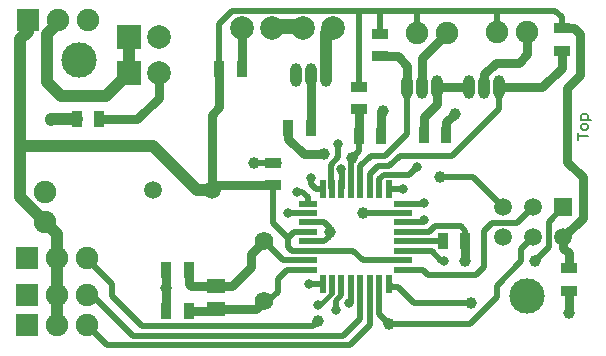
<source format=gtl>
%FSLAX42Y42*%
%MOMM*%
G71*
G01*
G75*
G04 Layer_Physical_Order=1*
G04 Layer_Color=255*
%ADD10R,1.40X0.90*%
%ADD11R,0.90X1.40*%
%ADD12R,0.50X1.55*%
%ADD13R,0.50X1.55*%
%ADD14R,1.55X0.50*%
%ADD15R,1.50X1.30*%
%ADD16C,0.80*%
%ADD17C,0.50*%
%ADD18C,1.00*%
%ADD19C,0.40*%
%ADD20C,0.13*%
%ADD21C,3.00*%
%ADD22C,1.90*%
%ADD23C,2.00*%
%ADD24O,1.00X2.00*%
%ADD25O,1.00X2.00*%
%ADD26R,2.00X2.00*%
%ADD27C,1.50*%
%ADD28R,1.50X1.50*%
%ADD29C,1.57*%
%ADD30R,1.90X1.90*%
%ADD31C,0.80*%
%ADD32C,1.00*%
D10*
X4689Y2576D02*
D03*
Y2766D02*
D03*
X3148Y2528D02*
D03*
Y2718D02*
D03*
X2246Y1436D02*
D03*
Y1626D02*
D03*
X4748Y734D02*
D03*
Y544D02*
D03*
X2970Y2273D02*
D03*
Y2083D02*
D03*
D11*
X2376Y1925D02*
D03*
X2566D02*
D03*
X1981Y2424D02*
D03*
X1791D02*
D03*
X3713Y1862D02*
D03*
X3523D02*
D03*
X3874Y967D02*
D03*
X3684D02*
D03*
X1532Y375D02*
D03*
X1342D02*
D03*
X1532Y718D02*
D03*
X1342D02*
D03*
X3162Y1856D02*
D03*
X2972D02*
D03*
X587Y1995D02*
D03*
X777D02*
D03*
D12*
X3226Y1406D02*
D03*
X3146D02*
D03*
X3066D02*
D03*
X2986D02*
D03*
X2906D02*
D03*
X2826D02*
D03*
X2746D02*
D03*
X3226Y601D02*
D03*
X3146D02*
D03*
X3066D02*
D03*
X2986D02*
D03*
X2906D02*
D03*
X2826D02*
D03*
X2746D02*
D03*
X2666D02*
D03*
D13*
Y1406D02*
D03*
D14*
X3349Y723D02*
D03*
Y803D02*
D03*
Y883D02*
D03*
Y963D02*
D03*
Y1043D02*
D03*
Y1123D02*
D03*
Y1203D02*
D03*
Y1283D02*
D03*
X2544Y723D02*
D03*
Y803D02*
D03*
Y883D02*
D03*
Y963D02*
D03*
Y1043D02*
D03*
Y1123D02*
D03*
Y1203D02*
D03*
Y1283D02*
D03*
D15*
X1761Y393D02*
D03*
Y583D02*
D03*
D16*
X4844Y2367D02*
Y2720D01*
X4689Y2766D02*
X4798D01*
X4844Y2720D01*
X3632Y2126D02*
Y2273D01*
X2375Y1833D02*
Y1892D01*
Y1833D02*
X2507Y1702D01*
X2680D01*
X3505Y2516D02*
X3721Y2731D01*
X3505Y2273D02*
Y2516D01*
X3148Y2528D02*
X3301D01*
X3378Y2451D01*
Y2273D02*
Y2451D01*
X3162Y1856D02*
Y2057D01*
X3175Y2070D01*
X3785Y2045D02*
X3785Y2044D01*
X1761Y1436D02*
X2246D01*
X1726Y1401D02*
X1761Y1436D01*
X1726Y1401D02*
Y2035D01*
X1791Y2101D01*
Y2424D01*
X3523Y1862D02*
Y2017D01*
X3632Y2126D01*
Y2273D02*
X3904D01*
X3907Y2271D01*
X4737Y2261D02*
X4844Y2367D01*
X4737Y1636D02*
Y2261D01*
Y1636D02*
X4867Y1506D01*
Y1163D02*
Y1506D01*
X4702Y998D02*
X4867Y1163D01*
X4702Y906D02*
Y998D01*
Y906D02*
X4748Y860D01*
Y734D02*
Y860D01*
Y357D02*
Y544D01*
X3874Y795D02*
Y967D01*
X3874Y795D02*
X3874Y795D01*
X3713Y1862D02*
Y1973D01*
X3785Y2045D01*
X4526Y2271D02*
X4689Y2434D01*
Y2576D01*
X4161Y2271D02*
X4526D01*
X4034D02*
Y2376D01*
X4134Y2476D01*
X4326D02*
X4394Y2545D01*
Y2736D01*
X4134Y2476D02*
X4326D01*
X2972Y1856D02*
Y2081D01*
X2565Y2009D02*
X2565Y2008D01*
X2565Y2009D02*
Y2375D01*
X2060Y855D02*
X2169Y965D01*
X1761Y583D02*
X1899D01*
X1551D02*
X1761D01*
X1532Y602D02*
X1551Y583D01*
X1532Y602D02*
Y718D01*
X1899Y583D02*
X2060Y744D01*
Y855D01*
X1342Y564D02*
Y718D01*
X1341Y376D02*
Y564D01*
X1532Y375D02*
X1743D01*
X1761Y393D01*
X2105D01*
X2169Y457D01*
X777Y1995D02*
X1098D01*
X1283Y2179D01*
Y2388D01*
X1981Y2424D02*
Y2768D01*
D17*
X4161Y2085D02*
Y2271D01*
X3378Y1875D02*
Y2273D01*
X2718Y1003D02*
Y1085D01*
X2906Y1661D02*
X2972Y1727D01*
X2736Y1416D02*
X2746Y1406D01*
X2826D02*
X2832Y1411D01*
X2986Y1406D02*
Y1602D01*
X2330Y803D02*
X2544D01*
X2610Y1406D02*
X2666D01*
X3066Y1406D02*
Y1530D01*
X2544Y883D02*
X2927D01*
X2406D02*
X2544D01*
X3007Y803D02*
X3349D01*
X2428Y1043D02*
X2544D01*
X3346Y1206D02*
X3349Y1203D01*
X3146Y1406D02*
Y1493D01*
X3349Y723D02*
X3513D01*
X3226Y1406D02*
X3346D01*
X3349Y1283D02*
X3524D01*
X2378Y1203D02*
X2544D01*
X3349Y1123D02*
X3506D01*
X3349Y963D02*
X3680D01*
X2906Y1406D02*
Y1661D01*
X2544Y1283D02*
Y1335D01*
Y963D02*
X2678D01*
X2544Y1123D02*
X2680D01*
X3349Y1043D02*
X3571D01*
X2362Y723D02*
X2544D01*
X3349Y883D02*
X3589D01*
X3917Y264D02*
X4140Y488D01*
X3228Y264D02*
X3917D01*
X3146Y346D02*
X3228Y264D01*
X3439Y437D02*
X3919D01*
X3302Y574D02*
X3439Y437D01*
X3253Y574D02*
X3302D01*
X3226Y601D02*
X3253Y574D01*
X3467Y2914D02*
X4140D01*
X4689Y2766D02*
Y2859D01*
X4636Y2913D02*
X4689Y2859D01*
X4140Y2913D02*
X4636D01*
X4140D02*
X4140Y2914D01*
X4140Y2736D02*
Y2913D01*
X1898Y2914D02*
X2970D01*
X1791Y2807D02*
X1898Y2914D01*
X3010Y1206D02*
X3346D01*
X2375Y991D02*
X2428Y1043D01*
X2375Y914D02*
Y991D01*
Y914D02*
X2406Y883D01*
X2134Y1626D02*
X2134Y1626D01*
X2678Y963D02*
X2718Y1003D01*
X2731Y1041D02*
Y1073D01*
X2718Y1085D02*
X2731Y1073D01*
X2680Y1123D02*
X2718Y1085D01*
X3680Y963D02*
X3684Y967D01*
X3571Y1043D02*
X3619Y1092D01*
X3835D01*
X3874Y967D02*
Y1054D01*
X3835Y1092D02*
X3874Y1054D01*
X3146Y346D02*
Y601D01*
X674Y253D02*
X838Y89D01*
X3066Y257D02*
Y601D01*
X674Y812D02*
Y825D01*
X2927Y883D02*
X3007Y803D01*
X2970Y2083D02*
X2972Y2081D01*
Y1727D02*
Y1856D01*
X2986Y1602D02*
X3073Y1689D01*
X3066Y1530D02*
X3137Y1600D01*
X1341Y376D02*
X1342Y375D01*
X2134Y1626D02*
X2246D01*
X2297D01*
X2246Y1119D02*
X2375Y991D01*
X2246Y1119D02*
Y1436D01*
X2970Y2914D02*
X3148D01*
X3467D01*
X2970Y2273D02*
Y2914D01*
X3148Y2718D02*
Y2914D01*
X3467Y2731D02*
Y2914D01*
X2819Y1549D02*
Y1575D01*
Y1549D02*
X2832Y1537D01*
Y1411D02*
Y1537D01*
X838Y89D02*
X2898D01*
X3066Y257D01*
X2842Y165D02*
X2986Y309D01*
Y601D01*
X2799Y1675D02*
Y1786D01*
X2734Y1610D02*
X2799Y1675D01*
X2734Y1504D02*
Y1610D01*
Y1504D02*
X2736Y1502D01*
Y1416D02*
Y1502D01*
X2565Y1450D02*
Y1499D01*
Y1450D02*
X2610Y1406D01*
X2451Y1384D02*
X2494D01*
X2544Y1335D01*
X2375Y1206D02*
X2378Y1203D01*
X3146Y1493D02*
X3182Y1528D01*
X3073Y1689D02*
X3193D01*
X3378Y1875D01*
X3137Y1600D02*
X3231D01*
X3320Y1689D01*
X3398Y1528D02*
X3462Y1593D01*
X3182Y1528D02*
X3398D01*
X3346Y1406D02*
X3348Y1407D01*
X3524Y1283D02*
X3528Y1288D01*
X3506Y1123D02*
X3528Y1146D01*
X3589Y883D02*
X3672Y800D01*
X3691D01*
X2893Y442D02*
X2906Y455D01*
Y600D01*
X2906Y601D01*
X2826Y507D02*
Y601D01*
X2779Y460D02*
X2826Y507D01*
X2779Y384D02*
Y460D01*
X2555Y602D02*
X2665D01*
X2666Y601D01*
X674Y507D02*
X715D01*
X1057Y165D01*
X2842D01*
X2169Y965D02*
X2330Y803D01*
X2169Y457D02*
X2207D01*
X2286Y536D01*
Y648D01*
X2362Y723D01*
X881Y503D02*
X1138Y246D01*
X2583D01*
X2629Y292D01*
X881Y503D02*
Y605D01*
X674Y812D02*
X881Y605D01*
X1791Y2424D02*
Y2596D01*
X1791Y2596D01*
Y2543D02*
Y2596D01*
Y2807D01*
X1981Y2768D02*
X1981Y2769D01*
X3320Y1689D02*
X3764D01*
X4161Y2085D01*
X3942Y1505D02*
X4194Y1252D01*
X3664Y1505D02*
X3942D01*
X4140Y488D02*
Y587D01*
X4348Y795D02*
Y898D01*
X4448Y998D01*
X4140Y587D02*
X4348Y795D01*
X4463D02*
X4580Y912D01*
Y1130D01*
X4702Y1252D01*
X4748Y357D02*
X4750Y356D01*
X4448Y1252D02*
X4448D01*
X4315Y1120D02*
X4448Y1252D01*
X4100Y1120D02*
X4315D01*
X4031Y1052D02*
X4100Y1120D01*
X4031Y749D02*
Y1052D01*
X3962Y681D02*
X4031Y749D01*
X3556Y681D02*
X3962D01*
X3513Y723D02*
X3556Y681D01*
X1341Y564D02*
X1342Y564D01*
D18*
X1029Y2388D02*
Y2692D01*
X335Y2721D02*
X423Y2808D01*
X335Y2311D02*
Y2721D01*
Y2311D02*
X455Y2192D01*
X833D01*
X1029Y2388D01*
X423Y2808D02*
Y2836D01*
X169D02*
X179Y2826D01*
X2692Y2375D02*
Y2731D01*
X420Y253D02*
Y507D01*
Y825D01*
X2235Y2769D02*
X2476D01*
X2235Y2794D02*
X2502D01*
X2476Y2769D02*
X2502Y2794D01*
X2692Y2731D02*
X2756Y2794D01*
X420Y825D02*
Y1024D01*
X317Y1127D02*
X420Y1024D01*
X369Y1995D02*
X587D01*
X368Y1994D02*
X369Y1995D01*
X169Y2734D02*
Y2836D01*
X107Y2672D02*
X169Y2734D01*
X107Y1337D02*
Y2672D01*
Y1337D02*
X317Y1127D01*
X114Y1767D02*
X1232D01*
X1599Y1401D01*
X1726D01*
D19*
X2626Y422D02*
X2646D01*
X2746Y522D01*
Y601D01*
D20*
X4830Y1824D02*
Y1878D01*
Y1851D01*
X4912D01*
Y1919D02*
Y1947D01*
X4899Y1960D01*
X4871D01*
X4858Y1947D01*
Y1919D01*
X4871Y1906D01*
X4899D01*
X4912Y1919D01*
X4940Y1988D02*
X4858D01*
Y2029D01*
X4871Y2042D01*
X4899D01*
X4912Y2029D01*
Y1988D01*
D21*
X4400Y500D02*
D03*
X600Y2500D02*
D03*
D22*
X3467Y2731D02*
D03*
X3721D02*
D03*
X4140Y2736D02*
D03*
X4394D02*
D03*
X420Y507D02*
D03*
X674D02*
D03*
X420Y253D02*
D03*
X674D02*
D03*
X420Y825D02*
D03*
X674D02*
D03*
X317Y1127D02*
D03*
Y1381D02*
D03*
X423Y2836D02*
D03*
X677D02*
D03*
D23*
X2235Y2769D02*
D03*
X1981D02*
D03*
X2502D02*
D03*
X2756D02*
D03*
X1283Y2388D02*
D03*
Y2692D02*
D03*
D24*
X3378Y2273D02*
D03*
X3632D02*
D03*
X4161Y2271D02*
D03*
X3907D02*
D03*
X2692Y2375D02*
D03*
X2438D02*
D03*
D25*
X3505Y2273D02*
D03*
X4034Y2271D02*
D03*
X2565Y2375D02*
D03*
D26*
X1029Y2388D02*
D03*
Y2692D02*
D03*
D27*
X4194Y998D02*
D03*
Y1252D02*
D03*
X4448Y998D02*
D03*
Y1252D02*
D03*
X4702Y998D02*
D03*
X1726Y1401D02*
D03*
X1226D02*
D03*
D28*
X4702Y1252D02*
D03*
D29*
X2169Y457D02*
D03*
Y965D02*
D03*
D30*
X166Y507D02*
D03*
Y253D02*
D03*
Y825D02*
D03*
X169Y2836D02*
D03*
D31*
X2819Y1575D02*
D03*
X2779Y384D02*
D03*
X2626Y422D02*
D03*
X2555Y602D02*
D03*
X2375Y1206D02*
D03*
X2451Y1384D02*
D03*
X2565Y1499D02*
D03*
X2799Y1786D02*
D03*
X3528Y1146D02*
D03*
X3691Y800D02*
D03*
X3462Y1593D02*
D03*
X3348Y1407D02*
D03*
X3528Y1288D02*
D03*
X2893Y442D02*
D03*
D32*
X4463Y795D02*
D03*
X3228Y264D02*
D03*
X3010Y1206D02*
D03*
X2680Y1702D02*
D03*
X2083Y1626D02*
D03*
X2731Y1041D02*
D03*
X3919Y437D02*
D03*
X3874Y795D02*
D03*
X2629Y292D02*
D03*
X3175Y2070D02*
D03*
X3785Y2045D02*
D03*
X3664Y1505D02*
D03*
X2915Y1670D02*
D03*
X368Y1996D02*
D03*
X4750Y356D02*
D03*
X1341Y564D02*
D03*
M02*

</source>
